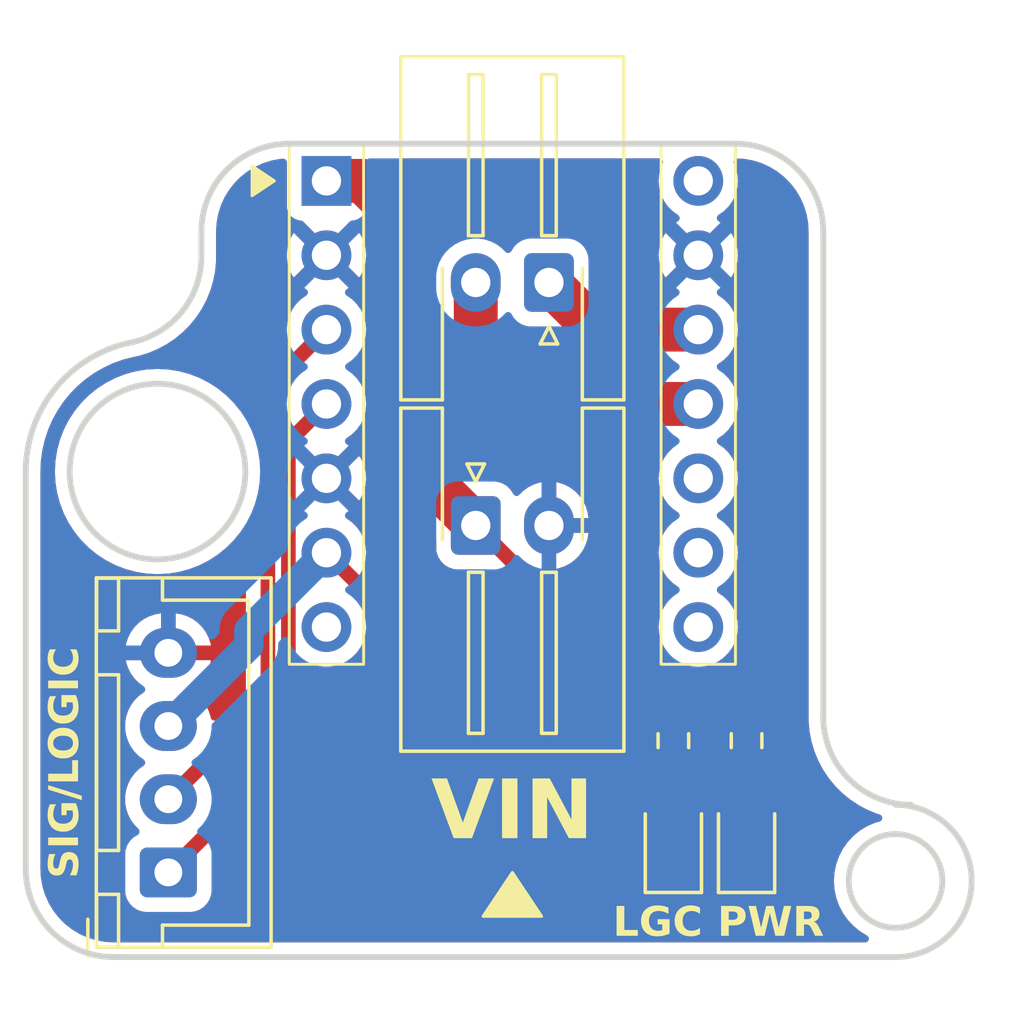
<source format=kicad_pcb>
(kicad_pcb (version 20240108) (generator "pcbnew") (generator_version "8.0")
  (layers (0 "F.Cu" signal) (31 "B.Cu" signal) (34 "B.Paste" user) (35 "F.Paste" user) (36 "B.SilkS" user "B.Silkscreen") (37 "F.SilkS" user "F.Silkscreen") (38 "B.Mask" user) (39 "F.Mask" user) (44 "Edge.Cuts" user))
  (net 0 "")
  (net 1 "GND")
  (net 2 "Net-(D1-A)")
  (net 3 "Net-(D2-A)")
  (net 4 "VCC")
  (net 5 "OUT2")
  (net 6 "OUT1")
  (net 7 "PH")
  (net 8 "EN")
  (net 9 "+3.3V")
  (footprint "Connector_JST:JST_XH_S2B-XH-A-1_1x02_P2.50mm_Horizontal" (layer "F.Cu") (at 113.75 103.15)
    (property "Reference" "VIN" (at 1.25 9.85 0) (layer "F.SilkS") (effects (font (size 2 2))))
    (property "Value" "Conn_01x02_Pin")
    (fp_line (start -2.56 -4.01) (end -1.14 -4.01) (stroke (width 0.12)) (layer "F.SilkS"))
    (fp_line (start -2.56 7.71) (end -2.56 -4.01) (stroke (width 0.12)) (layer "F.SilkS"))
    (fp_line (start -1.14 -4.01) (end -1.14 0.49) (stroke (width 0.12)) (layer "F.SilkS"))
    (fp_line (start -0.3 -2.1) (end 0.3 -2.1) (stroke (width 0.12)) (layer "F.SilkS"))
    (fp_line (start -0.25 1.6) (end -0.25 7.1) (stroke (width 0.12)) (layer "F.SilkS"))
    (fp_line (start -0.25 7.1) (end 0.25 7.1) (stroke (width 0.12)) (layer "F.SilkS"))
    (fp_line (start 0 -1.5) (end -0.3 -2.1) (stroke (width 0.12)) (layer "F.SilkS"))
    (fp_line (start 0.25 1.6) (end -0.25 1.6) (stroke (width 0.12)) (layer "F.SilkS"))
    (fp_line (start 0.25 7.1) (end 0.25 1.6) (stroke (width 0.12)) (layer "F.SilkS"))
    (fp_line (start 0.3 -2.1) (end 0 -1.5) (stroke (width 0.12)) (layer "F.SilkS"))
    (fp_line (start 1.25 7.71) (end -2.56 7.71) (stroke (width 0.12)) (layer "F.SilkS"))
    (fp_line (start 1.25 7.71) (end 5.06 7.71) (stroke (width 0.12)) (layer "F.SilkS"))
    (fp_line (start 2.25 1.6) (end 2.25 7.1) (stroke (width 0.12)) (layer "F.SilkS"))
    (fp_line (start 2.25 7.1) (end 2.75 7.1) (stroke (width 0.12)) (layer "F.SilkS"))
    (fp_line (start 2.75 1.6) (end 2.25 1.6) (stroke (width 0.12)) (layer "F.SilkS"))
    (fp_line (start 2.75 7.1) (end 2.75 1.6) (stroke (width 0.12)) (layer "F.SilkS"))
    (fp_line (start 3.64 -4.01) (end 3.64 0.49) (stroke (width 0.12)) (layer "F.SilkS"))
    (fp_line (start 5.06 -4.01) (end 3.64 -4.01) (stroke (width 0.12)) (layer "F.SilkS"))
    (fp_line (start 5.06 7.71) (end 5.06 -4.01) (stroke (width 0.12)) (layer "F.SilkS"))
    (pad "1" thru_hole roundrect (at 0 0) (size 1.7 2) (drill 1) (layers "*.Cu" "*.Mask") (roundrect_rratio 0.147059) (net 4 "VCC"))
    (pad "2" thru_hole oval (at 2.5 0) (size 1.7 2) (drill 1) (layers "*.Cu" "*.Mask") (net 1 "GND"))
  )
  (footprint "@2024-Dribbler:DRV8874 module" (layer "F.Cu") (at 115 99)
    (property "Reference" "U1" (hide yes))
    (property "Value" "~")
    (fp_rect (start -7.62 -8.89) (end -5.08 8.89) (stroke (width 0.1)) (fill none) (layer "F.SilkS"))
    (fp_rect (start 5.08 -8.89) (end 7.62 8.89) (stroke (width 0.1)) (fill none) (layer "F.SilkS"))
    (fp_poly (pts (xy -8.128 -7.62) (xy -8.89 -8.128) (xy -8.89 -7.112)) (stroke (width 0.1)) (fill solid) (layer "F.SilkS"))
    (pad "1" thru_hole rect (at -6.35 -7.62) (size 1.7 1.7) (drill 1) (layers "*.Cu" "*.Mask") (net 4 "VCC"))
    (pad "2" thru_hole circle (at -6.35 -5.08) (size 1.7 1.7) (drill 1) (layers "*.Cu" "*.Mask") (net 1 "GND"))
    (pad "3" thru_hole circle (at -6.35 -2.54) (size 1.7 1.7) (drill 1) (layers "*.Cu" "*.Mask") (net 8 "EN"))
    (pad "4" thru_hole circle (at -6.35 0) (size 1.7 1.7) (drill 1) (layers "*.Cu" "*.Mask") (net 7 "PH"))
    (pad "5" thru_hole circle (at -6.35 2.54) (size 1.7 1.7) (drill 1) (layers "*.Cu" "*.Mask") (net 1 "GND"))
    (pad "6" thru_hole circle (at -6.35 5.08) (size 1.7 1.7) (drill 1) (layers "*.Cu" "*.Mask") (net 9 "+3.3V"))
    (pad "7" thru_hole circle (at -6.35 7.62) (size 1.7 1.7) (drill 1) (layers "*.Cu" "*.Mask"))
    (pad "8" thru_hole circle (at 6.35 7.62) (size 1.7 1.7) (drill 1) (layers "*.Cu" "*.Mask"))
    (pad "9" thru_hole circle (at 6.35 5.08) (size 1.7 1.7) (drill 1) (layers "*.Cu" "*.Mask"))
    (pad "10" thru_hole circle (at 6.35 2.54) (size 1.7 1.7) (drill 1) (layers "*.Cu" "*.Mask"))
    (pad "11" thru_hole circle (at 6.35 0) (size 1.7 1.7) (drill 1) (layers "*.Cu" "*.Mask") (net 5 "OUT2"))
    (pad "12" thru_hole circle (at 6.35 -2.54) (size 1.7 1.7) (drill 1) (layers "*.Cu" "*.Mask") (net 6 "OUT1"))
    (pad "13" thru_hole circle (at 6.35 -5.08) (size 1.7 1.7) (drill 1) (layers "*.Cu" "*.Mask") (net 1 "GND"))
    (pad "14" thru_hole circle (at 6.35 -7.62) (size 1.7 1.7) (drill 1) (layers "*.Cu" "*.Mask"))
  )
  (footprint "Resistor_SMD:R_0603_1608Metric" (layer "F.Cu") (at 123 110.5 90)
    (property "Reference" "R2" (hide yes))
    (property "Value" "R_Small")
    (fp_line (start -0.237258 -0.5225) (end 0.237258 -0.5225) (stroke (width 0.12)) (layer "F.SilkS"))
    (fp_line (start -0.237258 0.5225) (end 0.237258 0.5225) (stroke (width 0.12)) (layer "F.SilkS"))
    (pad "1" smd roundrect (at -0.825 0 90) (size 0.8 0.95) (layers "F.Cu" "F.Paste" "F.Mask") (net 3 "Net-(D2-A)"))
    (pad "2" smd roundrect (at 0.825 0 90) (size 0.8 0.95) (layers "F.Cu" "F.Paste" "F.Mask") (net 4 "VCC"))
  )
  (footprint "Connector_JST:JST_XH_B4B-XH-A_1x04_P2.50mm_Vertical" (layer "F.Cu") (at 103.25 115 90)
    (property "Reference" "SIG/LOGIC" (at 3.75 -3.5 270) (layer "F.SilkS"))
    (property "Value" "Conn_01x04_Pin")
    (fp_line (start -1.6 -2.75) (end -2.85 -2.75) (stroke (width 0.12)) (layer "F.SilkS"))
    (fp_line (start -2.85 -2.75) (end -2.85 -1.5) (stroke (width 0.12)) (layer "F.SilkS"))
    (fp_line (start 10.06 -2.46) (end -2.56 -2.46) (stroke (width 0.12)) (layer "F.SilkS"))
    (fp_line (start -2.56 -2.46) (end -2.56 3.51) (stroke (width 0.12)) (layer "F.SilkS"))
    (fp_line (start 10.05 -2.45) (end 8.25 -2.45) (stroke (width 0.12)) (layer "F.SilkS"))
    (fp_line (start 8.25 -2.45) (end 8.25 -1.7) (stroke (width 0.12)) (layer "F.SilkS"))
    (fp_line (start 6.75 -2.45) (end 0.75 -2.45) (stroke (width 0.12)) (layer "F.SilkS"))
    (fp_line (start 0.75 -2.45) (end 0.75 -1.7) (stroke (width 0.12)) (layer "F.SilkS"))
    (fp_line (start -0.75 -2.45) (end -2.55 -2.45) (stroke (width 0.12)) (layer "F.SilkS"))
    (fp_line (start -2.55 -2.45) (end -2.55 -1.7) (stroke (width 0.12)) (layer "F.SilkS"))
    (fp_line (start 10.05 -1.7) (end 10.05 -2.45) (stroke (width 0.12)) (layer "F.SilkS"))
    (fp_line (start 8.25 -1.7) (end 10.05 -1.7) (stroke (width 0.12)) (layer "F.SilkS"))
    (fp_line (start 6.75 -1.7) (end 6.75 -2.45) (stroke (width 0.12)) (layer "F.SilkS"))
    (fp_line (start 0.75 -1.7) (end 6.75 -1.7) (stroke (width 0.12)) (layer "F.SilkS"))
    (fp_line (start -0.75 -1.7) (end -0.75 -2.45) (stroke (width 0.12)) (layer "F.SilkS"))
    (fp_line (start -2.55 -1.7) (end -0.75 -1.7) (stroke (width 0.12)) (layer "F.SilkS"))
    (fp_line (start 10.05 -0.2) (end 9.3 -0.2) (stroke (width 0.12)) (layer "F.SilkS"))
    (fp_line (start 9.3 -0.2) (end 9.3 2.75) (stroke (width 0.12)) (layer "F.SilkS"))
    (fp_line (start -1.8 -0.2) (end -1.8 2.75) (stroke (width 0.12)) (layer "F.SilkS"))
    (fp_line (start -2.55 -0.2) (end -1.8 -0.2) (stroke (width 0.12)) (layer "F.SilkS"))
    (fp_line (start 9.3 2.75) (end 3.75 2.75) (stroke (width 0.12)) (layer "F.SilkS"))
    (fp_line (start -1.8 2.75) (end 3.75 2.75) (stroke (width 0.12)) (layer "F.SilkS"))
    (fp_line (start 10.06 3.51) (end 10.06 -2.46) (stroke (width 0.12)) (layer "F.SilkS"))
    (fp_line (start -2.56 3.51) (end 10.06 3.51) (stroke (width 0.12)) (layer "F.SilkS"))
    (pad "1" thru_hole roundrect (at 0 0 90) (size 1.7 1.95) (drill 0.95) (layers "*.Cu" "*.Mask") (roundrect_rratio 0.147059) (net 7 "PH"))
    (pad "2" thru_hole oval (at 2.5 0 90) (size 1.7 1.95) (drill 0.95) (layers "*.Cu" "*.Mask") (net 8 "EN"))
    (pad "3" thru_hole oval (at 5 0 90) (size 1.7 1.95) (drill 0.95) (layers "*.Cu" "*.Mask") (net 9 "+3.3V"))
    (pad "4" thru_hole oval (at 7.5 0 90) (size 1.7 1.95) (drill 0.95) (layers "*.Cu" "*.Mask") (net 1 "GND"))
  )
  (footprint "LED_SMD:LED_0805_2012Metric" (layer "F.Cu") (at 120.5 114 90)
    (property "Reference" "LGC" (at -2.75 1 180) (layer "F.SilkS") (effects (justify right)))
    (property "Value" "Signal")
    (fp_line (start 1 -0.96) (end -1.685 -0.96) (stroke (width 0.12)) (layer "F.SilkS"))
    (fp_line (start -1.685 -0.96) (end -1.685 0.96) (stroke (width 0.12)) (layer "F.SilkS"))
    (fp_line (start -1.685 0.96) (end 1 0.96) (stroke (width 0.12)) (layer "F.SilkS"))
    (pad "1" smd roundrect (at -0.9375 0 90) (size 0.975 1.4) (layers "F.Cu" "F.Paste" "F.Mask") (net 1 "GND"))
    (pad "2" smd roundrect (at 0.9375 0 90) (size 0.975 1.4) (layers "F.Cu" "F.Paste" "F.Mask") (net 2 "Net-(D1-A)"))
  )
  (footprint "Connector_JST:JST_XH_S2B-XH-A-1_1x02_P2.50mm_Horizontal" (layer "F.Cu") (at 116.25 94.85 180)
    (property "Reference" "J3" (hide yes))
    (property "Value" "Conn_01x02_Pin")
    (fp_line (start 5.06 7.71) (end 5.06 -4.01) (stroke (width 0.12)) (layer "F.SilkS"))
    (fp_line (start 5.06 -4.01) (end 3.64 -4.01) (stroke (width 0.12)) (layer "F.SilkS"))
    (fp_line (start 3.64 -4.01) (end 3.64 0.49) (stroke (width 0.12)) (layer "F.SilkS"))
    (fp_line (start 2.75 7.1) (end 2.75 1.6) (stroke (width 0.12)) (layer "F.SilkS"))
    (fp_line (start 2.75 1.6) (end 2.25 1.6) (stroke (width 0.12)) (layer "F.SilkS"))
    (fp_line (start 2.25 7.1) (end 2.75 7.1) (stroke (width 0.12)) (layer "F.SilkS"))
    (fp_line (start 2.25 1.6) (end 2.25 7.1) (stroke (width 0.12)) (layer "F.SilkS"))
    (fp_line (start 1.25 7.71) (end 5.06 7.71) (stroke (width 0.12)) (layer "F.SilkS"))
    (fp_line (start 1.25 7.71) (end -2.56 7.71) (stroke (width 0.12)) (layer "F.SilkS"))
    (fp_line (start 0.3 -2.1) (end 0 -1.5) (stroke (width 0.12)) (layer "F.SilkS"))
    (fp_line (start 0.25 7.1) (end 0.25 1.6) (stroke (width 0.12)) (layer "F.SilkS"))
    (fp_line (start 0.25 1.6) (end -0.25 1.6) (stroke (width 0.12)) (layer "F.SilkS"))
    (fp_line (start 0 -1.5) (end -0.3 -2.1) (stroke (width 0.12)) (layer "F.SilkS"))
    (fp_line (start -0.25 7.1) (end 0.25 7.1) (stroke (width 0.12)) (layer "F.SilkS"))
    (fp_line (start -0.25 1.6) (end -0.25 7.1) (stroke (width 0.12)) (layer "F.SilkS"))
    (fp_line (start -0.3 -2.1) (end 0.3 -2.1) (stroke (width 0.12)) (layer "F.SilkS"))
    (fp_line (start -1.14 -4.01) (end -1.14 0.49) (stroke (width 0.12)) (layer "F.SilkS"))
    (fp_line (start -2.56 7.71) (end -2.56 -4.01) (stroke (width 0.12)) (layer "F.SilkS"))
    (fp_line (start -2.56 -4.01) (end -1.14 -4.01) (stroke (width 0.12)) (layer "F.SilkS"))
    (pad "1" thru_hole roundrect (at 0 0 180) (size 1.7 2) (drill 1) (layers "*.Cu" "*.Mask") (roundrect_rratio 0.147059) (net 6 "OUT1"))
    (pad "2" thru_hole oval (at 2.5 0 180) (size 1.7 2) (drill 1) (layers "*.Cu" "*.Mask") (net 5 "OUT2"))
  )
  (footprint "Resistor_SMD:R_0603_1608Metric" (layer "F.Cu") (at 120.5 110.5 90)
    (property "Reference" "R1" (hide yes))
    (property "Value" "R_Small")
    (fp_line (start -0.237258 -0.5225) (end 0.237258 -0.5225) (stroke (width 0.12)) (layer "F.SilkS"))
    (fp_line (start -0.237258 0.5225) (end 0.237258 0.5225) (stroke (width 0.12)) (layer "F.SilkS"))
    (pad "1" smd roundrect (at -0.825 0 90) (size 0.8 0.95) (layers "F.Cu" "F.Paste" "F.Mask") (net 2 "Net-(D1-A)"))
    (pad "2" smd roundrect (at 0.825 0 90) (size 0.8 0.95) (layers "F.Cu" "F.Paste" "F.Mask") (net 9 "+3.3V"))
  )
  (footprint "LED_SMD:LED_0805_2012Metric" (layer "F.Cu") (at 123 114 90)
    (property "Reference" "PWR" (at -2.75 -1 180) (layer "F.SilkS") (effects (justify left)))
    (property "Value" "Power")
    (fp_line (start 1 -0.96) (end -1.685 -0.96) (stroke (width 0.12)) (layer "F.SilkS"))
    (fp_line (start -1.685 -0.96) (end -1.685 0.96) (stroke (width 0.12)) (layer "F.SilkS"))
    (fp_line (start -1.685 0.96) (end 1 0.96) (stroke (width 0.12)) (layer "F.SilkS"))
    (pad "1" smd roundrect (at -0.9375 0 90) (size 0.975 1.4) (layers "F.Cu" "F.Paste" "F.Mask") (net 1 "GND"))
    (pad "2" smd roundrect (at 0.9375 0 90) (size 0.975 1.4) (layers "F.Cu" "F.Paste" "F.Mask") (net 3 "Net-(D2-A)"))
  )
  (gr_poly (pts (xy 115 115) (xy 114 116.5) (xy 116 116.5)) (stroke (width 0.1)) (fill solid) (layer "F.SilkS"))
  (gr_line (start 107.38 90.11) (end 122.62 90.11) (stroke (width 0.2)) (layer "Edge.Cuts"))
  (gr_arc (start 101.38 117.89) (mid 99.258708 117.011315) (end 98.380019 114.89) (stroke (width 0.2)) (layer "Edge.Cuts"))
  (gr_line (start 128.62 112.69) (end 128.088 112.69) (stroke (width 0.2)) (layer "Edge.Cuts"))
  (gr_arc (start 104.380019 93.109981) (mid 105.258693 90.988674) (end 107.38 90.11) (stroke (width 0.2)) (layer "Edge.Cuts"))
  (gr_line (start 104.380019 93.959481) (end 104.380019 93.109981) (stroke (width 0.2)) (layer "Edge.Cuts"))
  (gr_arc (start 128.088 112.69) (mid 130.687981 115.28999) (end 128.087981 117.89) (stroke (width 0.2)) (layer "Edge.Cuts"))
  (gr_line (start 125.620019 93.129212) (end 125.620019 109.69) (stroke (width 0.2)) (layer "Edge.Cuts"))
  (gr_arc (start 128.62 112.69) (mid 126.498708 111.811315) (end 125.620019 109.69) (stroke (width 0.2)) (layer "Edge.Cuts"))
  (gr_arc (start 98.380019 101.307981) (mid 99.394328 98.461909) (end 101.980019 96.89888) (stroke (width 0.2)) (layer "Edge.Cuts"))
  (gr_circle (center 128.087981 115.29) (end 126.487981 115.29) (stroke (width 0.2)) (fill none) (layer "Edge.Cuts"))
  (gr_arc (start 104.380019 93.959481) (mid 103.70381 95.856853) (end 101.980019 96.89888) (stroke (width 0.2)) (layer "Edge.Cuts"))
  (gr_line (start 98.380019 114.89) (end 98.380019 101.307981) (stroke (width 0.2)) (layer "Edge.Cuts"))
  (gr_line (start 128.087981 117.89) (end 101.38 117.89) (stroke (width 0.2)) (layer "Edge.Cuts"))
  (gr_circle (center 102.880019 101.307962) (end 99.880019 101.307962) (stroke (width 0.2)) (fill none) (layer "Edge.Cuts"))
  (gr_arc (start 122.62 90.11) (mid 124.748101 90.995507) (end 125.620019 93.129212) (stroke (width 0.2)) (layer "Edge.Cuts"))
  (segment (start 120.5 113.0625) (end 120.5 111.325) (width 0.5) (layer "F.Cu") (net 2))
  (segment (start 123 111.325) (end 123 113.0625) (width 0.5) (layer "F.Cu") (net 3))
  (segment (start 119.1 108.5) (end 113.75 103.15) (width 0.5) (layer "F.Cu") (net 4))
  (segment (start 123 109.675) (end 121.825 108.5) (width 0.5) (layer "F.Cu") (net 4))
  (segment (start 113.75 103.15) (end 111.25 100.65) (width 1.5) (layer "F.Cu") (net 4))
  (segment (start 121.825 108.5) (end 119.1 108.5) (width 0.5) (layer "F.Cu") (net 4))
  (segment (start 109.88 91.38) (end 108.65 91.38) (width 1.5) (layer "F.Cu") (net 4))
  (segment (start 111.25 92.75) (end 109.88 91.38) (width 1.5) (layer "F.Cu") (net 4))
  (segment (start 111.25 100.65) (end 111.25 92.75) (width 1.5) (layer "F.Cu") (net 4))
  (segment (start 113.75 97.05) (end 113.75 94.85) (width 1.5) (layer "F.Cu") (net 5))
  (segment (start 115.7 99) (end 113.75 97.05) (width 1.5) (layer "F.Cu") (net 5))
  (segment (start 121.35 99) (end 115.7 99) (width 1.5) (layer "F.Cu") (net 5))
  (segment (start 116.25 94.85) (end 117.86 96.46) (width 1.5) (layer "F.Cu") (net 6))
  (segment (start 117.86 96.46) (end 121.35 96.46) (width 1.5) (layer "F.Cu") (net 6))
  (segment (start 107.35 110.9) (end 103.25 115) (width 0.5) (layer "F.Cu") (net 7))
  (segment (start 108.65 99) (end 107.35 100.3) (width 0.5) (layer "F.Cu") (net 7))
  (segment (start 107.35 100.3) (end 107.35 110.9) (width 0.5) (layer "F.Cu") (net 7))
  (segment (start 106.65 98.46) (end 108.65 96.46) (width 0.5) (layer "F.Cu") (net 8))
  (segment (start 103.25 112.5) (end 106.65 109.1) (width 0.5) (layer "F.Cu") (net 8))
  (segment (start 106.65 109.1) (end 106.65 98.46) (width 0.5) (layer "F.Cu") (net 8))
  (segment (start 114.245 109.675) (end 108.65 104.08) (width 0.5) (layer "F.Cu") (net 9))
  (segment (start 120.5 109.675) (end 114.245 109.675) (width 0.5) (layer "F.Cu") (net 9))
  (segment (start 103.25 110) (end 106 107.25) (width 1) (layer "B.Cu") (net 9))
  (segment (start 106 106.73) (end 108.65 104.08) (width 1) (layer "B.Cu") (net 9))
  (segment (start 106 107.25) (end 106 106.73) (width 1) (layer "B.Cu") (net 9))
  (zone (net 1) (net_name "GND") (layers "F&B.Cu") (connect_pads (clearance 0.5)) (min_thickness 0.25) (fill yes (thermal_gap 0.5) (thermal_bridge_width 0.5))
    (polygon (pts (xy 97.5 87.5) (xy 97.5 120) (xy 132.5 120) (xy 132.5 87.5)))
  )
)
</source>
